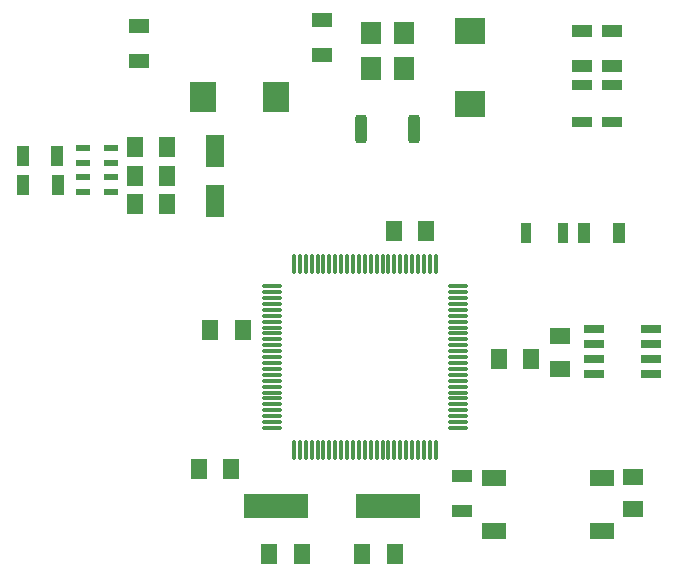
<source format=gtp>
G04*
G04 #@! TF.GenerationSoftware,Altium Limited,Altium Designer,20.0.13 (296)*
G04*
G04 Layer_Color=8421504*
%FSLAX44Y44*%
%MOMM*%
G71*
G01*
G75*
%ADD19R,1.3500X1.8000*%
%ADD20O,1.7500X0.3000*%
%ADD21O,0.3000X1.7500*%
%ADD22R,2.3100X2.5200*%
%ADD23R,1.6000X2.8000*%
%ADD24R,1.2000X0.5000*%
%ADD25R,1.1000X1.7500*%
%ADD26R,5.5000X2.0000*%
%ADD27R,1.7500X1.1000*%
%ADD28R,2.1000X1.4000*%
%ADD29R,1.8000X1.3500*%
%ADD30R,0.9652X1.7018*%
%ADD31R,1.7018X0.9652*%
%ADD32R,2.5200X2.3100*%
G04:AMPARAMS|DCode=33|XSize=0.98mm|YSize=2.4mm|CornerRadius=0.245mm|HoleSize=0mm|Usage=FLASHONLY|Rotation=0.000|XOffset=0mm|YOffset=0mm|HoleType=Round|Shape=RoundedRectangle|*
%AMROUNDEDRECTD33*
21,1,0.9800,1.9100,0,0,0.0*
21,1,0.4900,2.4000,0,0,0.0*
1,1,0.4900,0.2450,-0.9550*
1,1,0.4900,-0.2450,-0.9550*
1,1,0.4900,-0.2450,0.9550*
1,1,0.4900,0.2450,0.9550*
%
%ADD33ROUNDEDRECTD33*%
%ADD34R,1.8200X1.1600*%
%ADD35R,1.8000X0.8000*%
G36*
X475900Y497900D02*
Y478700D01*
X458600D01*
Y497900D01*
X475900D01*
D02*
G37*
G36*
X503800D02*
Y478700D01*
X486500D01*
Y497900D01*
X503800D01*
D02*
G37*
G36*
X475900Y527700D02*
Y508500D01*
X458600D01*
Y527700D01*
X475900D01*
D02*
G37*
G36*
X503800D02*
Y508500D01*
X486500D01*
Y527700D01*
X503800D01*
D02*
G37*
D19*
X513790Y350370D02*
D03*
X486290D02*
D03*
X358750Y267000D02*
D03*
X331250D02*
D03*
X267040Y372920D02*
D03*
X294540D02*
D03*
X294540Y397050D02*
D03*
X267040D02*
D03*
X267040Y421180D02*
D03*
X294540D02*
D03*
X348750Y149000D02*
D03*
X321250D02*
D03*
X459620Y77320D02*
D03*
X487120D02*
D03*
X408380D02*
D03*
X380880D02*
D03*
X602750Y242000D02*
D03*
X575250D02*
D03*
D20*
X383190Y303690D02*
D03*
Y298690D02*
D03*
Y293690D02*
D03*
Y288690D02*
D03*
Y283690D02*
D03*
Y278690D02*
D03*
Y273690D02*
D03*
Y268690D02*
D03*
Y263690D02*
D03*
Y258690D02*
D03*
Y253690D02*
D03*
Y248690D02*
D03*
Y243690D02*
D03*
Y238690D02*
D03*
Y233690D02*
D03*
Y228690D02*
D03*
Y223690D02*
D03*
Y218690D02*
D03*
Y213690D02*
D03*
Y208690D02*
D03*
Y203690D02*
D03*
Y198690D02*
D03*
Y193690D02*
D03*
Y188690D02*
D03*
Y183690D02*
D03*
X540690D02*
D03*
Y188690D02*
D03*
Y193690D02*
D03*
Y198690D02*
D03*
Y203690D02*
D03*
Y208690D02*
D03*
Y213690D02*
D03*
Y218690D02*
D03*
Y223690D02*
D03*
Y228690D02*
D03*
Y233690D02*
D03*
Y238690D02*
D03*
Y243690D02*
D03*
Y248690D02*
D03*
Y253690D02*
D03*
Y258690D02*
D03*
Y263690D02*
D03*
Y268690D02*
D03*
Y273690D02*
D03*
Y278690D02*
D03*
Y283690D02*
D03*
Y288690D02*
D03*
Y293690D02*
D03*
Y298690D02*
D03*
Y303690D02*
D03*
D21*
X401940Y164940D02*
D03*
X406940D02*
D03*
X411940D02*
D03*
X416940D02*
D03*
X421940D02*
D03*
X426940D02*
D03*
X431940D02*
D03*
X436940D02*
D03*
X441940D02*
D03*
X446940D02*
D03*
X451940D02*
D03*
X456940D02*
D03*
X461940D02*
D03*
X466940D02*
D03*
X471940D02*
D03*
X476940D02*
D03*
X481940D02*
D03*
X486940D02*
D03*
X491940D02*
D03*
X496940D02*
D03*
X501940D02*
D03*
X506940D02*
D03*
X511940D02*
D03*
X516940D02*
D03*
X521940D02*
D03*
Y322440D02*
D03*
X516940D02*
D03*
X511940D02*
D03*
X506940D02*
D03*
X501940D02*
D03*
X496940D02*
D03*
X491940D02*
D03*
X486940D02*
D03*
X481940D02*
D03*
X476940D02*
D03*
X471940D02*
D03*
X466940D02*
D03*
X461940D02*
D03*
X456940D02*
D03*
X451940D02*
D03*
X446940D02*
D03*
X441940D02*
D03*
X436940D02*
D03*
X431940D02*
D03*
X426940D02*
D03*
X421940D02*
D03*
X416940D02*
D03*
X411940D02*
D03*
X406940D02*
D03*
X401940D02*
D03*
D22*
X325000Y464000D02*
D03*
X387000D02*
D03*
D23*
X335000Y375500D02*
D03*
Y418500D02*
D03*
D24*
X223070Y420880D02*
D03*
Y408380D02*
D03*
Y395880D02*
D03*
Y383380D02*
D03*
X247070Y420880D02*
D03*
Y408380D02*
D03*
Y395880D02*
D03*
Y383380D02*
D03*
D25*
X172500Y389000D02*
D03*
X202000D02*
D03*
X172250Y414000D02*
D03*
X201750D02*
D03*
X647780Y348950D02*
D03*
X677280D02*
D03*
D26*
X481500Y117960D02*
D03*
X386500D02*
D03*
D27*
X544490Y142870D02*
D03*
Y113370D02*
D03*
X671270Y490120D02*
D03*
Y519620D02*
D03*
X645670Y490120D02*
D03*
Y519620D02*
D03*
D28*
X571380Y141730D02*
D03*
Y96730D02*
D03*
X662380Y141730D02*
D03*
Y96730D02*
D03*
D29*
X689130Y142209D02*
D03*
Y114709D02*
D03*
X627040Y233750D02*
D03*
Y261250D02*
D03*
D30*
X630018Y348950D02*
D03*
X598522D02*
D03*
D31*
X671029Y474118D02*
D03*
Y442622D02*
D03*
X645911Y474118D02*
D03*
Y442622D02*
D03*
D32*
X551000Y520000D02*
D03*
Y458000D02*
D03*
D33*
X504000Y437000D02*
D03*
X458400D02*
D03*
D34*
X426000Y528750D02*
D03*
Y499250D02*
D03*
X270818Y523750D02*
D03*
Y494250D02*
D03*
D35*
X656250Y255120D02*
D03*
Y242420D02*
D03*
Y267820D02*
D03*
Y229720D02*
D03*
X704050Y255120D02*
D03*
Y242420D02*
D03*
Y267820D02*
D03*
Y229720D02*
D03*
M02*

</source>
